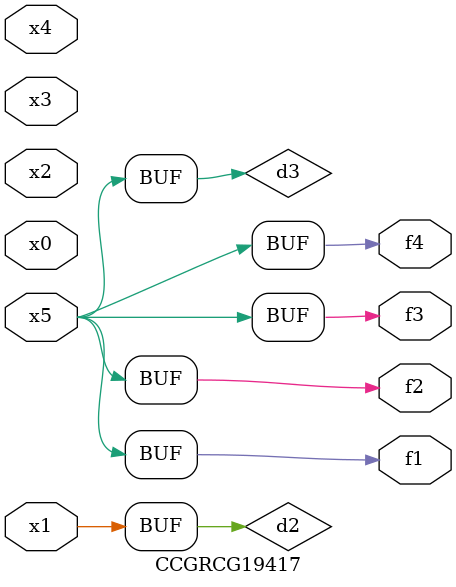
<source format=v>
module CCGRCG19417(
	input x0, x1, x2, x3, x4, x5,
	output f1, f2, f3, f4
);

	wire d1, d2, d3;

	not (d1, x5);
	or (d2, x1);
	xnor (d3, d1);
	assign f1 = d3;
	assign f2 = d3;
	assign f3 = d3;
	assign f4 = d3;
endmodule

</source>
